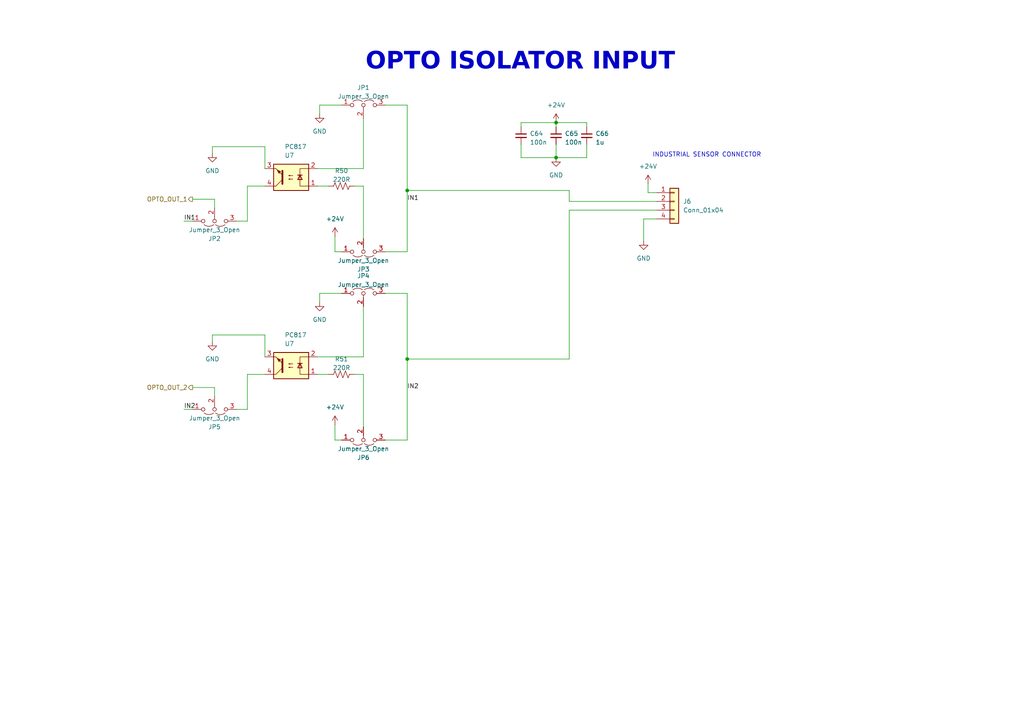
<source format=kicad_sch>
(kicad_sch (version 20230121) (generator eeschema)
  (paper "A4")
  (title_block (title "ELIESTAR") (date "2023-06-20") (rev "2.0") (company "GEVITON") (comment 2 "Reviewed By: Timoty Kyalo") (comment 3 "Designed By: Robert Mutura") (comment 4 "ELIESTAR"))
  (lib_symbols
    (symbol "Connector_Generic:Conn_01x04" (pin_names (offset 1.016) hide)
      (property "Reference" "J" (at 0 5.08 0))
      (property "Value" "Conn_01x04" (at 0 -7.62 0))
      (symbol "Conn_01x04_1_1"
        (rectangle (start -1.27 -4.953) (end 0 -5.207) (stroke (width 0.1524)))
        (rectangle (start -1.27 -2.413) (end 0 -2.667) (stroke (width 0.1524)))
        (rectangle (start -1.27 0.127) (end 0 -0.127) (stroke (width 0.1524)))
        (rectangle (start -1.27 2.667) (end 0 2.413) (stroke (width 0.1524)))
        (rectangle (start -1.27 3.81) (end 1.27 -6.35) (stroke (width 0.254)) (fill (type background)))
        (pin passive line (at -5.08 2.54 0) (length 3.81) (name "Pin_1") (number "1"))
        (pin passive line (at -5.08 0 0) (length 3.81) (name "Pin_2") (number "2"))
        (pin passive line (at -5.08 -2.54 0) (length 3.81) (name "Pin_3") (number "3"))
        (pin passive line (at -5.08 -5.08 0) (length 3.81) (name "Pin_4") (number "4"))
      )
    )
    (symbol "Device:C_Small" (pin_numbers hide) (pin_names (offset 0.254) hide)
      (property "Reference" "C" (at 0.254 1.778 0))
      (property "Value" "C_Small" (at 0.254 -2.032 0))
      (symbol "C_Small_0_1"
        (polyline (pts (xy -1.524 -0.508) (xy 1.524 -0.508)) (stroke (width 0.3302)))
        (polyline (pts (xy -1.524 0.508) (xy 1.524 0.508)) (stroke (width 0.3048)))
      )
      (symbol "C_Small_1_1"
        (pin passive line (at 0 2.54 270) (length 2.032) (name "~") (number "1"))
        (pin passive line (at 0 -2.54 90) (length 2.032) (name "~") (number "2"))
      )
    )
    (symbol "Device:R_US" (pin_numbers hide) (pin_names (offset 0))
      (property "Reference" "R" (at 2.54 0 90))
      (property "Value" "R_US" (at -2.54 0 90))
      (symbol "R_US_0_1"
        (polyline (pts (xy 0 -2.286) (xy 0 -2.54)))
        (polyline (pts (xy 0 2.286) (xy 0 2.54)))
        (polyline (pts (xy 0 -0.762) (xy 1.016 -1.143) (xy 0 -1.524) (xy -1.016 -1.905) (xy 0 -2.286)))
        (polyline (pts (xy 0 0.762) (xy 1.016 0.381) (xy 0 0) (xy -1.016 -0.381) (xy 0 -0.762)))
        (polyline (pts (xy 0 2.286) (xy 1.016 1.905) (xy 0 1.524) (xy -1.016 1.143) (xy 0 0.762)))
      )
      (symbol "R_US_1_1"
        (pin passive line (at 0 3.81 270) (length 1.27) (name "~") (number "1"))
        (pin passive line (at 0 -3.81 90) (length 1.27) (name "~") (number "2"))
      )
    )
    (symbol "Isolator:PC817" (pin_names (offset 1.016))
      (property "Reference" "U" (at -5.08 5.08 0))
      (property "Value" "PC817" (at 0 5.08 0))
      (symbol "PC817_0_1"
        (rectangle (start -5.08 3.81) (end 5.08 -3.81) (stroke (width 0.254)) (fill (type background)))
        (polyline (pts (xy -3.175 -0.635) (xy -1.905 -0.635)) (stroke (width 0.254)))
        (polyline (pts (xy 2.54 0.635) (xy 4.445 2.54)))
        (polyline (pts (xy 4.445 -2.54) (xy 2.54 -0.635)) (fill (type outline)))
        (polyline (pts (xy 4.445 -2.54) (xy 5.08 -2.54)))
        (polyline (pts (xy 4.445 2.54) (xy 5.08 2.54)))
        (polyline (pts (xy -5.08 2.54) (xy -2.54 2.54) (xy -2.54 -0.635)))
        (polyline (pts (xy -2.54 -0.635) (xy -2.54 -2.54) (xy -5.08 -2.54)))
        (polyline (pts (xy 2.54 1.905) (xy 2.54 -1.905) (xy 2.54 -1.905)) (stroke (width 0.508)))
        (polyline (pts (xy -2.54 -0.635) (xy -3.175 0.635) (xy -1.905 0.635) (xy -2.54 -0.635)) (stroke (width 0.254)))
        (polyline (pts (xy -0.508 -0.508) (xy 0.762 -0.508) (xy 0.381 -0.635) (xy 0.381 -0.381) (xy 0.762 -0.508)))
        (polyline (pts (xy -0.508 0.508) (xy 0.762 0.508) (xy 0.381 0.381) (xy 0.381 0.635) (xy 0.762 0.508)))
        (polyline (pts (xy 3.048 -1.651) (xy 3.556 -1.143) (xy 4.064 -2.159) (xy 3.048 -1.651) (xy 3.048 -1.651)) (fill (type outline)))
      )
      (symbol "PC817_1_1"
        (pin passive line (at -7.62 2.54 0) (length 2.54) (name "~") (number "1"))
        (pin passive line (at -7.62 -2.54 0) (length 2.54) (name "~") (number "2"))
        (pin passive line (at 7.62 -2.54 180) (length 2.54) (name "~") (number "3"))
        (pin passive line (at 7.62 2.54 180) (length 2.54) (name "~") (number "4"))
      )
    )
    (symbol "Jumper:Jumper_3_Open" (pin_names (offset 0) hide)
      (property "Reference" "JP" (at -2.54 -2.54 0))
      (property "Value" "Jumper_3_Open" (at 0 2.794 0))
      (symbol "Jumper_3_Open_0_0"
        (circle (center -3.302 0) (radius 0.508))
        (circle (center 0 0) (radius 0.508))
        (circle (center 3.302 0) (radius 0.508))
      )
      (symbol "Jumper_3_Open_0_1"
        (arc (start -0.254 1.016) (mid -1.651 1.4992) (end -3.048 1.016))
        (polyline (pts (xy 0 -0.508) (xy 0 -1.27)))
        (arc (start 3.048 1.016) (mid 1.651 1.4992) (end 0.254 1.016))
      )
      (symbol "Jumper_3_Open_1_1"
        (pin passive line (at -6.35 0 0) (length 2.54) (name "A") (number "1"))
        (pin passive line (at 0 -3.81 90) (length 2.54) (name "C") (number "2"))
        (pin passive line (at 6.35 0 180) (length 2.54) (name "B") (number "3"))
      )
    )
    (symbol "power:+24V" (power) (pin_names (offset 0))
      (property "Value" "+24V" (at 0 3.556 0))
      (symbol "+24V_0_1"
        (polyline (pts (xy -0.762 1.27) (xy 0 2.54)))
        (polyline (pts (xy 0 0) (xy 0 2.54)))
        (polyline (pts (xy 0 2.54) (xy 0.762 1.27)))
      )
      (symbol "+24V_1_1"
        (pin power_in line (at 0 0 90) (length 0) hide (name "+24V") (number "1"))
      )
    )
    (symbol "power:GND" (power) (pin_names (offset 0))
      (property "Value" "GND" (at 0 -3.81 0))
      (symbol "GND_0_1"
        (polyline (pts (xy 0 0) (xy 0 -1.27) (xy 1.27 -1.27) (xy 0 -2.54) (xy -1.27 -1.27) (xy 0 -1.27)))
      )
      (symbol "GND_1_1"
        (pin power_in line (at 0 0 270) (length 0) hide (name "GND") (number "1"))
      )
    )
  )
  (junction (at 118.11 104.14))
  (junction (at 118.11 55.245))
  (junction (at 161.29 45.72))
  (junction (at 161.29 35.56))
  (wire (pts (xy 55.88 57.785) (xy 62.23 57.785)))
  (wire (pts (xy 187.96 55.88) (xy 190.5 55.88)))
  (wire (pts (xy 161.29 35.56) (xy 161.29 36.83)))
  (wire (pts (xy 105.41 103.505) (xy 105.41 88.9)))
  (wire (pts (xy 151.13 41.91) (xy 151.13 45.72)))
  (wire (pts (xy 165.1 60.96) (xy 165.1 104.14)))
  (wire (pts (xy 165.1 55.245) (xy 165.1 58.42)))
  (wire (pts (xy 161.29 41.91) (xy 161.29 45.72)))
  (wire (pts (xy 118.11 55.245) (xy 118.11 30.48)))
  (wire (pts (xy 76.835 103.505) (xy 76.835 97.155)))
  (wire (pts (xy 111.76 73.025) (xy 118.11 73.025)))
  (wire (pts (xy 190.5 63.5) (xy 186.69 63.5)))
  (wire (pts (xy 55.88 112.395) (xy 62.23 112.395)))
  (wire (pts (xy 61.595 42.545) (xy 61.595 44.45)))
  (wire (pts (xy 71.755 108.585) (xy 71.755 118.745)))
  (wire (pts (xy 151.13 45.72) (xy 161.29 45.72)))
  (wire (pts (xy 71.755 108.585) (xy 76.835 108.585)))
  (wire (pts (xy 151.13 35.56) (xy 151.13 36.83)))
  (wire (pts (xy 99.06 30.48) (xy 92.71 30.48)))
  (wire (pts (xy 105.41 69.215) (xy 105.41 53.975)))
  (wire (pts (xy 92.075 48.895) (xy 105.41 48.895)))
  (wire (pts (xy 118.11 30.48) (xy 111.76 30.48)))
  (wire (pts (xy 170.18 36.83) (xy 170.18 35.56)))
  (wire (pts (xy 68.58 64.135) (xy 71.755 64.135)))
  (wire (pts (xy 92.71 85.09) (xy 92.71 87.63)))
  (wire (pts (xy 61.595 97.155) (xy 61.595 99.06)))
  (wire (pts (xy 105.41 123.825) (xy 105.41 108.585)))
  (wire (pts (xy 118.11 127.635) (xy 118.11 104.14)))
  (wire (pts (xy 161.29 35.56) (xy 151.13 35.56)))
  (wire (pts (xy 95.25 108.585) (xy 92.075 108.585)))
  (wire (pts (xy 76.835 97.155) (xy 61.595 97.155)))
  (wire (pts (xy 99.06 85.09) (xy 92.71 85.09)))
  (wire (pts (xy 187.96 53.34) (xy 187.96 55.88)))
  (wire (pts (xy 92.075 103.505) (xy 105.41 103.505)))
  (wire (pts (xy 76.835 48.895) (xy 76.835 42.545)))
  (wire (pts (xy 62.23 114.935) (xy 62.23 112.395)))
  (wire (pts (xy 118.11 55.245) (xy 165.1 55.245)))
  (wire (pts (xy 53.34 64.135) (xy 55.88 64.135)))
  (wire (pts (xy 170.18 35.56) (xy 161.29 35.56)))
  (wire (pts (xy 118.11 73.025) (xy 118.11 55.245)))
  (wire (pts (xy 76.835 42.545) (xy 61.595 42.545)))
  (wire (pts (xy 161.29 45.72) (xy 170.18 45.72)))
  (wire (pts (xy 62.23 60.325) (xy 62.23 57.785)))
  (wire (pts (xy 190.5 58.42) (xy 165.1 58.42)))
  (wire (pts (xy 105.41 108.585) (xy 102.87 108.585)))
  (wire (pts (xy 118.11 104.14) (xy 118.11 85.09)))
  (wire (pts (xy 118.11 104.14) (xy 165.1 104.14)))
  (wire (pts (xy 95.25 53.975) (xy 92.075 53.975)))
  (wire (pts (xy 97.155 68.58) (xy 97.155 73.025)))
  (wire (pts (xy 71.755 53.975) (xy 71.755 64.135)))
  (wire (pts (xy 118.11 85.09) (xy 111.76 85.09)))
  (wire (pts (xy 92.71 30.48) (xy 92.71 33.02)))
  (wire (pts (xy 97.155 73.025) (xy 99.06 73.025)))
  (wire (pts (xy 105.41 53.975) (xy 102.87 53.975)))
  (wire (pts (xy 71.755 53.975) (xy 76.835 53.975)))
  (wire (pts (xy 97.155 123.19) (xy 97.155 127.635)))
  (wire (pts (xy 105.41 48.895) (xy 105.41 34.29)))
  (wire (pts (xy 68.58 118.745) (xy 71.755 118.745)))
  (wire (pts (xy 111.76 127.635) (xy 118.11 127.635)))
  (wire (pts (xy 170.18 45.72) (xy 170.18 41.91)))
  (wire (pts (xy 190.5 60.96) (xy 165.1 60.96)))
  (wire (pts (xy 186.69 63.5) (xy 186.69 69.85)))
  (wire (pts (xy 53.34 118.745) (xy 55.88 118.745)))
  (wire (pts (xy 97.155 127.635) (xy 99.06 127.635)))
  (text "OPTO ISOLATOR INPUT" (at 106.045 22.225 0) (effects (font (size 5 5) (thickness 1) bold) (justify left bottom)))
  (text "INDUSTRIAL SENSOR CONNECTOR" (at 189.23 45.72 0) (effects (font (size 1.27 1.27)) (justify left bottom)))
  (label "IN2" (at 53.34 118.745 0))
  (label "IN2" (at 118.11 113.03 0))
  (label "IN1" (at 118.11 58.42 0))
  (label "IN1" (at 53.34 64.135 0))
  (hierarchical_label "OPTO_OUT_1" (shape output) (at 55.88 57.785 180))
  (hierarchical_label "OPTO_OUT_2" (shape output) (at 55.88 112.395 180))
  (symbol (lib_id "power:+24V") (at 187.96 53.34 0) (unit 1)
    (property "Reference" "#PWR03" (effects hide))
    (property "Value" "+24V" (at 187.96 48.26 0))
    (instances (project "ELIESTER_V2" (path "" (reference "#PWR03") (unit 1)) (path "" (reference "#PWR093") (unit 1))))
  )
  (symbol (lib_id "power:GND") (at 161.29 45.72 0) (unit 1)
    (property "Reference" "#PWR0106" (effects hide))
    (property "Value" "GND" (at 161.29 50.8 0))
  )
  (symbol (lib_id "power:GND") (at 92.71 87.63 0) (unit 1)
    (property "Reference" "#PWR094" (effects hide))
    (property "Value" "GND" (at 92.71 92.71 0))
  )
  (symbol (lib_id "power:+24V") (at 97.155 123.19 0) (unit 1)
    (property "Reference" "#PWR03" (effects hide))
    (property "Value" "+24V" (at 97.155 118.11 0))
    (instances (project "ELIESTER_V2" (path "" (reference "#PWR03") (unit 1)) (path "" (reference "#PWR096") (unit 1))))
  )
  (symbol (lib_id "Device:R_US") (at 99.06 108.585 90) (unit 1)
    (property "Reference" "R51" (at 99.06 104.14 90))
    (property "Value" "220R" (at 99.06 106.68 90))
    (property "Footprint" "Resistor_SMD:R_0402_1005Metric" (effects hide))
  )
  (symbol (lib_id "Isolator:PC817") (at 84.455 106.045 180) (unit 1)
    (property "Reference" "U7" (at 82.55 99.695 0) (effects (justify right)))
    (property "Value" "PC817" (at 82.55 97.155 0) (effects (justify right)))
    (property "Footprint" "MACHADA_footprints:pc817-DIP-4_W7.62mm_SMDSocket_SmallPads" (effects hide))
    (property "Datasheet" "http://www.soselectronic.cz/a_info/resource/d/pc817.pdf" (effects hide))
    (instances (project "ELIESTER_V2" (path "" (reference "U7") (unit 1)) (path "" (reference "U20") (unit 1))))
  )
  (symbol (lib_id "Jumper:Jumper_3_Open") (at 105.41 30.48 0) (unit 1)
    (property "Reference" "JP1" (at 105.41 25.4 0))
    (property "Value" "Jumper_3_Open" (at 105.41 27.94 0))
    (property "Footprint" "Jumper:SolderJumper-3_P1.3mm_Open_RoundedPad1.0x1.5mm_NumberLabels" (effects hide))
  )
  (symbol (lib_id "power:+24V") (at 161.29 35.56 0) (unit 1)
    (property "Reference" "#PWR03" (effects hide))
    (property "Value" "+24V" (at 161.29 30.48 0))
    (instances (project "ELIESTER_V2" (path "" (reference "#PWR03") (unit 1)) (path "" (reference "#PWR0104") (unit 1))))
  )
  (symbol (lib_id "Device:C_Small") (at 170.18 39.37 0) (unit 1)
    (property "Reference" "C66" (at 172.72 38.7413 0) (effects (justify left)))
    (property "Value" "1u" (at 172.72 41.2813 0) (effects (justify left)))
    (property "Footprint" "Capacitor_SMD:C_0603_1608Metric" (effects hide))
  )
  (symbol (lib_id "Jumper:Jumper_3_Open") (at 105.41 127.635 0) (mirror x) (unit 1)
    (property "Reference" "JP6" (at 105.41 132.715 0))
    (property "Value" "Jumper_3_Open" (at 105.41 130.175 0))
    (property "Footprint" "Jumper:SolderJumper-3_P1.3mm_Open_RoundedPad1.0x1.5mm_NumberLabels" (effects hide))
  )
  (symbol (lib_id "power:GND") (at 61.595 44.45 0) (unit 1)
    (property "Reference" "#PWR0119" (effects hide))
    (property "Value" "GND" (at 61.595 49.53 0))
  )
  (symbol (lib_id "Connector_Generic:Conn_01x04") (at 195.58 58.42 0) (unit 1)
    (property "Reference" "J6" (at 198.12 58.4199 0) (effects (justify left)))
    (property "Value" "Conn_01x04" (at 198.12 60.9599 0) (effects (justify left)))
    (property "Footprint" "Connector_Phoenix_MC:PhoenixContact_MC_1,5_4-G-3.5_1x04_P3.50mm_Horizontal" (effects hide))
    (instances (project "ELIESTER_V2" (path "" (reference "J6") (unit 1)) (path "" (reference "J10") (unit 1))))
  )
  (symbol (lib_id "Jumper:Jumper_3_Open") (at 62.23 118.745 0) (mirror x) (unit 1)
    (property "Reference" "JP5" (at 62.23 123.825 0))
    (property "Value" "Jumper_3_Open" (at 62.23 121.285 0))
    (property "Footprint" "Jumper:SolderJumper-3_P1.3mm_Open_RoundedPad1.0x1.5mm_NumberLabels" (effects hide))
  )
  (symbol (lib_id "Device:R_US") (at 99.06 53.975 90) (unit 1)
    (property "Reference" "R50" (at 99.06 49.53 90))
    (property "Value" "220R" (at 99.06 52.07 90))
    (property "Footprint" "Resistor_SMD:R_0402_1005Metric" (effects hide))
  )
  (symbol (lib_id "Isolator:PC817") (at 84.455 51.435 180) (unit 1)
    (property "Reference" "U7" (at 82.55 45.085 0) (effects (justify right)))
    (property "Value" "PC817" (at 82.55 42.545 0) (effects (justify right)))
    (property "Footprint" "MACHADA_footprints:pc817-DIP-4_W7.62mm_SMDSocket_SmallPads" (effects hide))
    (property "Datasheet" "http://www.soselectronic.cz/a_info/resource/d/pc817.pdf" (effects hide))
    (instances (project "ELIESTER_V2" (path "" (reference "U7") (unit 1)) (path "" (reference "U18") (unit 1))))
  )
  (symbol (lib_id "Device:C_Small") (at 151.13 39.37 0) (unit 1)
    (property "Reference" "C64" (at 153.67 38.7413 0) (effects (justify left)))
    (property "Value" "100n" (at 153.67 41.2813 0) (effects (justify left)))
    (property "Footprint" "Capacitor_SMD:C_0402_1005Metric" (effects hide))
  )
  (symbol (lib_id "power:GND") (at 61.595 99.06 0) (unit 1)
    (property "Reference" "#PWR095" (effects hide))
    (property "Value" "GND" (at 61.595 104.14 0))
  )
  (symbol (lib_id "Jumper:Jumper_3_Open") (at 105.41 73.025 0) (mirror x) (unit 1)
    (property "Reference" "JP3" (at 105.41 78.105 0))
    (property "Value" "Jumper_3_Open" (at 105.41 75.565 0))
    (property "Footprint" "Jumper:SolderJumper-3_P1.3mm_Open_RoundedPad1.0x1.5mm_NumberLabels" (effects hide))
  )
  (symbol (lib_id "Jumper:Jumper_3_Open") (at 105.41 85.09 0) (unit 1)
    (property "Reference" "JP4" (at 105.41 80.01 0))
    (property "Value" "Jumper_3_Open" (at 105.41 82.55 0))
    (property "Footprint" "Jumper:SolderJumper-3_P1.3mm_Open_RoundedPad1.0x1.5mm_NumberLabels" (effects hide))
  )
  (symbol (lib_id "Device:C_Small") (at 161.29 39.37 0) (unit 1)
    (property "Reference" "C65" (at 163.83 38.7413 0) (effects (justify left)))
    (property "Value" "100n" (at 163.83 41.2813 0) (effects (justify left)))
    (property "Footprint" "Capacitor_SMD:C_0402_1005Metric" (effects hide))
  )
  (symbol (lib_id "power:GND") (at 186.69 69.85 0) (unit 1)
    (property "Reference" "#PWR0100" (effects hide))
    (property "Value" "GND" (at 186.69 74.93 0))
  )
  (symbol (lib_id "power:GND") (at 92.71 33.02 0) (unit 1)
    (property "Reference" "#PWR0117" (effects hide))
    (property "Value" "GND" (at 92.71 38.1 0))
  )
  (symbol (lib_id "Jumper:Jumper_3_Open") (at 62.23 64.135 0) (mirror x) (unit 1)
    (property "Reference" "JP2" (at 62.23 69.215 0))
    (property "Value" "Jumper_3_Open" (at 62.23 66.675 0))
    (property "Footprint" "Jumper:SolderJumper-3_P1.3mm_Open_RoundedPad1.0x1.5mm_NumberLabels" (effects hide))
  )
  (symbol (lib_id "power:+24V") (at 97.155 68.58 0) (unit 1)
    (property "Reference" "#PWR03" (effects hide))
    (property "Value" "+24V" (at 97.155 63.5 0))
    (instances (project "ELIESTER_V2" (path "" (reference "#PWR03") (unit 1)) (path "" (reference "#PWR0118") (unit 1))))
  )
)
</source>
